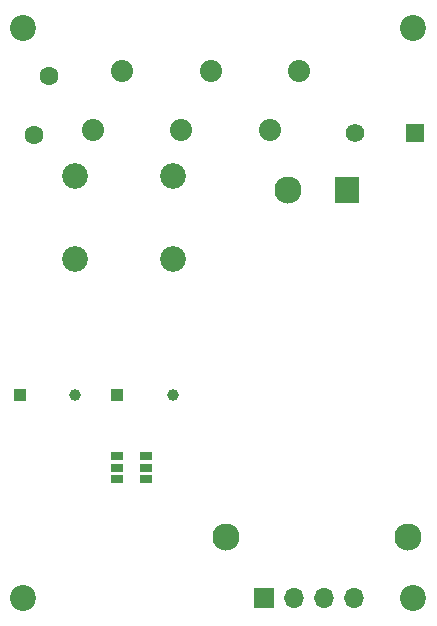
<source format=gbr>
%TF.GenerationSoftware,KiCad,Pcbnew,(5.99.0-10447-gf083f043cb)*%
%TF.CreationDate,2021-07-11T09:51:57-05:00*%
%TF.ProjectId,reptile-monitor-power,72657074-696c-4652-9d6d-6f6e69746f72,rev?*%
%TF.SameCoordinates,Original*%
%TF.FileFunction,Soldermask,Top*%
%TF.FilePolarity,Negative*%
%FSLAX46Y46*%
G04 Gerber Fmt 4.6, Leading zero omitted, Abs format (unit mm)*
G04 Created by KiCad (PCBNEW (5.99.0-10447-gf083f043cb)) date 2021-07-11 09:51:57*
%MOMM*%
%LPD*%
G01*
G04 APERTURE LIST*
%ADD10R,1.575000X1.575000*%
%ADD11C,1.575000*%
%ADD12C,2.200000*%
%ADD13R,1.000000X1.000000*%
%ADD14C,2.167346*%
%ADD15C,1.000000*%
%ADD16R,1.700000X1.700000*%
%ADD17O,1.700000X1.700000*%
%ADD18R,2.000000X2.300000*%
%ADD19C,2.300000*%
%ADD20C,1.600000*%
%ADD21C,1.875000*%
%ADD22R,1.000000X0.700000*%
G04 APERTURE END LIST*
D10*
%TO.C,F1*%
X162657000Y-62230000D03*
D11*
X157577000Y-62230000D03*
%TD*%
D12*
%TO.C,REF1*%
X162560000Y-53340000D03*
%TD*%
%TO.C,REF1*%
X129540000Y-53340000D03*
%TD*%
D13*
%TO.C,K1*%
X137496982Y-84387004D03*
D14*
X142196983Y-65887003D03*
X142196983Y-72887004D03*
D15*
X142196983Y-84387004D03*
%TD*%
D16*
%TO.C,J4*%
X149870000Y-101600000D03*
D17*
X152410000Y-101600000D03*
X154950000Y-101600000D03*
X157490000Y-101600000D03*
%TD*%
D13*
%TO.C,K2*%
X129222003Y-84387009D03*
D14*
X133922004Y-65887008D03*
X133922004Y-72887009D03*
D15*
X133922004Y-84387009D03*
%TD*%
D12*
%TO.C,REF1*%
X162555504Y-101600000D03*
%TD*%
D18*
%TO.C,PS1*%
X156901995Y-67051494D03*
D19*
X151901995Y-67051494D03*
X162101995Y-96451494D03*
X146701995Y-96451494D03*
%TD*%
D20*
%TO.C,RV1*%
X131699000Y-57404000D03*
X130399000Y-62404000D03*
%TD*%
D12*
%TO.C,REF1*%
X129540000Y-101600000D03*
%TD*%
D21*
%TO.C,J2*%
X145404510Y-56982995D03*
X142904510Y-61982995D03*
%TD*%
%TO.C,J1*%
X152893000Y-56983000D03*
X150393000Y-61983000D03*
%TD*%
%TO.C,J3*%
X137914507Y-56982995D03*
X135414507Y-61982995D03*
%TD*%
D22*
%TO.C,U1*%
X137484000Y-89601000D03*
X137484000Y-90551000D03*
X137484000Y-91501000D03*
X139884000Y-91501000D03*
X139884000Y-90551000D03*
X139884000Y-89601000D03*
%TD*%
M02*

</source>
